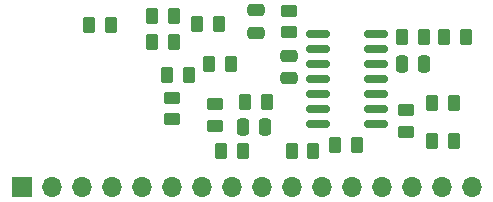
<source format=gts>
G04 #@! TF.GenerationSoftware,KiCad,Pcbnew,8.0.4*
G04 #@! TF.CreationDate,2024-08-16T15:34:14+02:00*
G04 #@! TF.ProjectId,AT8,4154382e-6b69-4636-9164-5f7063625858,00*
G04 #@! TF.SameCoordinates,Original*
G04 #@! TF.FileFunction,Soldermask,Top*
G04 #@! TF.FilePolarity,Negative*
%FSLAX46Y46*%
G04 Gerber Fmt 4.6, Leading zero omitted, Abs format (unit mm)*
G04 Created by KiCad (PCBNEW 8.0.4) date 2024-08-16 15:34:14*
%MOMM*%
%LPD*%
G01*
G04 APERTURE LIST*
G04 Aperture macros list*
%AMRoundRect*
0 Rectangle with rounded corners*
0 $1 Rounding radius*
0 $2 $3 $4 $5 $6 $7 $8 $9 X,Y pos of 4 corners*
0 Add a 4 corners polygon primitive as box body*
4,1,4,$2,$3,$4,$5,$6,$7,$8,$9,$2,$3,0*
0 Add four circle primitives for the rounded corners*
1,1,$1+$1,$2,$3*
1,1,$1+$1,$4,$5*
1,1,$1+$1,$6,$7*
1,1,$1+$1,$8,$9*
0 Add four rect primitives between the rounded corners*
20,1,$1+$1,$2,$3,$4,$5,0*
20,1,$1+$1,$4,$5,$6,$7,0*
20,1,$1+$1,$6,$7,$8,$9,0*
20,1,$1+$1,$8,$9,$2,$3,0*%
G04 Aperture macros list end*
%ADD10O,1.700000X1.700000*%
%ADD11R,1.700000X1.700000*%
%ADD12RoundRect,0.250000X-0.450000X0.262500X-0.450000X-0.262500X0.450000X-0.262500X0.450000X0.262500X0*%
%ADD13RoundRect,0.250000X-0.250000X-0.475000X0.250000X-0.475000X0.250000X0.475000X-0.250000X0.475000X0*%
%ADD14RoundRect,0.250000X0.262500X0.450000X-0.262500X0.450000X-0.262500X-0.450000X0.262500X-0.450000X0*%
%ADD15RoundRect,0.250000X-0.262500X-0.450000X0.262500X-0.450000X0.262500X0.450000X-0.262500X0.450000X0*%
%ADD16RoundRect,0.250000X0.250000X0.475000X-0.250000X0.475000X-0.250000X-0.475000X0.250000X-0.475000X0*%
%ADD17RoundRect,0.250000X0.450000X-0.262500X0.450000X0.262500X-0.450000X0.262500X-0.450000X-0.262500X0*%
%ADD18RoundRect,0.150000X-0.825000X-0.150000X0.825000X-0.150000X0.825000X0.150000X-0.825000X0.150000X0*%
%ADD19RoundRect,0.250000X0.475000X-0.250000X0.475000X0.250000X-0.475000X0.250000X-0.475000X-0.250000X0*%
G04 APERTURE END LIST*
D10*
X54330000Y-29972000D03*
X51790000Y-29972000D03*
X49250000Y-29972000D03*
X46710000Y-29972000D03*
X44170000Y-29972000D03*
X41630000Y-29972000D03*
X39090000Y-29972000D03*
X36550000Y-29972000D03*
X34010000Y-29972000D03*
X31470000Y-29972000D03*
X28930000Y-29972000D03*
X26390000Y-29972000D03*
X23850000Y-29972000D03*
X21310000Y-29972000D03*
X18770000Y-29972000D03*
D11*
X16230000Y-29972000D03*
D12*
X48742000Y-23471500D03*
X48742000Y-25296500D03*
D13*
X48403500Y-19558000D03*
X50303500Y-19558000D03*
D14*
X50266000Y-17272000D03*
X48441000Y-17272000D03*
X53822000Y-17272000D03*
X51997000Y-17272000D03*
D15*
X21921500Y-16256000D03*
X23746500Y-16256000D03*
D16*
X36841500Y-24892000D03*
X34941500Y-24892000D03*
D15*
X27255500Y-15494000D03*
X29080500Y-15494000D03*
D17*
X38862000Y-16848500D03*
X38862000Y-15023500D03*
D18*
X41290500Y-17018000D03*
X41290500Y-18288000D03*
X41290500Y-19558000D03*
X41290500Y-20828000D03*
X41290500Y-22098000D03*
X41290500Y-23368000D03*
X41290500Y-24638000D03*
X46240500Y-24638000D03*
X46240500Y-23368000D03*
X46240500Y-22098000D03*
X46240500Y-20828000D03*
X46240500Y-19558000D03*
X46240500Y-18288000D03*
X46240500Y-17018000D03*
D15*
X28551500Y-20508000D03*
X30376500Y-20508000D03*
D14*
X36954500Y-22733000D03*
X35129500Y-22733000D03*
X52806000Y-22860000D03*
X50981000Y-22860000D03*
X32890500Y-16190000D03*
X31065500Y-16190000D03*
D15*
X27281500Y-17714000D03*
X29106500Y-17714000D03*
X39090000Y-26924000D03*
X40915000Y-26924000D03*
X33097500Y-26924000D03*
X34922500Y-26924000D03*
X50981000Y-26096000D03*
X52806000Y-26096000D03*
D12*
X32613000Y-22963500D03*
X32613000Y-24788500D03*
D19*
X36042000Y-16886000D03*
X36042000Y-14986000D03*
D14*
X44574500Y-26416000D03*
X42749500Y-26416000D03*
D12*
X28956000Y-22389500D03*
X28956000Y-24214500D03*
D19*
X38862000Y-20762000D03*
X38862000Y-18862000D03*
D14*
X33906500Y-19558000D03*
X32081500Y-19558000D03*
M02*

</source>
